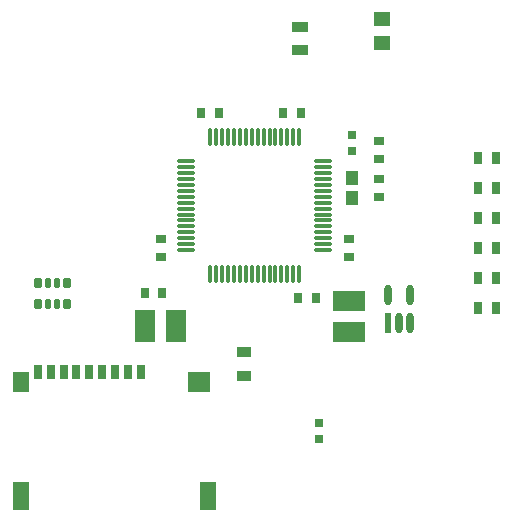
<source format=gtp>
G04*
G04 #@! TF.GenerationSoftware,Altium Limited,Altium Designer,23.2.1 (34)*
G04*
G04 Layer_Color=8421504*
%FSLAX25Y25*%
%MOIN*%
G70*
G04*
G04 #@! TF.SameCoordinates,FA501D23-0FC8-4D01-95ED-A428C5D77BEE*
G04*
G04*
G04 #@! TF.FilePolarity,Positive*
G04*
G01*
G75*
%ADD21R,0.05709X0.03740*%
%ADD22R,0.03150X0.03937*%
%ADD23R,0.02756X0.02559*%
%ADD24R,0.02410X0.06911*%
G04:AMPARAMS|DCode=25|XSize=69.11mil|YSize=24.1mil|CornerRadius=12.05mil|HoleSize=0mil|Usage=FLASHONLY|Rotation=90.000|XOffset=0mil|YOffset=0mil|HoleType=Round|Shape=RoundedRectangle|*
%AMROUNDEDRECTD25*
21,1,0.06911,0.00000,0,0,90.0*
21,1,0.04501,0.02410,0,0,90.0*
1,1,0.02410,0.00000,0.02251*
1,1,0.02410,0.00000,-0.02251*
1,1,0.02410,0.00000,-0.02251*
1,1,0.02410,0.00000,0.02251*
%
%ADD25ROUNDEDRECTD25*%
%ADD26R,0.04724X0.03543*%
%ADD27R,0.02756X0.05118*%
%ADD28R,0.05700X0.06500*%
%ADD29R,0.05700X0.09600*%
%ADD30R,0.07300X0.06500*%
%ADD31O,0.01181X0.06299*%
%ADD32O,0.06299X0.01181*%
%ADD33R,0.03150X0.03543*%
%ADD34R,0.03985X0.04560*%
%ADD35R,0.03543X0.03150*%
G04:AMPARAMS|DCode=36|XSize=35.43mil|YSize=24.02mil|CornerRadius=6mil|HoleSize=0mil|Usage=FLASHONLY|Rotation=90.000|XOffset=0mil|YOffset=0mil|HoleType=Round|Shape=RoundedRectangle|*
%AMROUNDEDRECTD36*
21,1,0.03543,0.01201,0,0,90.0*
21,1,0.02343,0.02402,0,0,90.0*
1,1,0.01201,0.00600,0.01171*
1,1,0.01201,0.00600,-0.01171*
1,1,0.01201,-0.00600,-0.01171*
1,1,0.01201,-0.00600,0.01171*
%
%ADD36ROUNDEDRECTD36*%
G04:AMPARAMS|DCode=37|XSize=35.43mil|YSize=20.87mil|CornerRadius=5.22mil|HoleSize=0mil|Usage=FLASHONLY|Rotation=90.000|XOffset=0mil|YOffset=0mil|HoleType=Round|Shape=RoundedRectangle|*
%AMROUNDEDRECTD37*
21,1,0.03543,0.01043,0,0,90.0*
21,1,0.02500,0.02087,0,0,90.0*
1,1,0.01043,0.00522,0.01250*
1,1,0.01043,0.00522,-0.01250*
1,1,0.01043,-0.00522,-0.01250*
1,1,0.01043,-0.00522,0.01250*
%
%ADD37ROUNDEDRECTD37*%
%ADD38R,0.06506X0.11040*%
%ADD39R,0.05709X0.04724*%
%ADD40R,0.11040X0.06506*%
D21*
X140000Y168356D02*
D03*
Y176033D02*
D03*
D22*
X199414Y112500D02*
D03*
X205319D02*
D03*
X199414Y102500D02*
D03*
X205319D02*
D03*
X199414Y122500D02*
D03*
X205319D02*
D03*
X205319Y132500D02*
D03*
X199414D02*
D03*
X199414Y92500D02*
D03*
X205319D02*
D03*
X199414Y82500D02*
D03*
X205319D02*
D03*
D23*
X146250Y38592D02*
D03*
Y43907D02*
D03*
X157500Y134784D02*
D03*
Y140099D02*
D03*
D24*
X169320Y77549D02*
D03*
D25*
X173060D02*
D03*
X176800D02*
D03*
Y86804D02*
D03*
X169320D02*
D03*
D26*
X121250Y67884D02*
D03*
Y59616D02*
D03*
D27*
X87234Y60921D02*
D03*
X82903D02*
D03*
X78573D02*
D03*
X74242D02*
D03*
X69911D02*
D03*
X65581D02*
D03*
X61250D02*
D03*
X56919D02*
D03*
X52589D02*
D03*
D28*
X47004Y57874D02*
D03*
D29*
Y19685D02*
D03*
X109307D02*
D03*
D30*
X106255Y57874D02*
D03*
D31*
X125984Y139321D02*
D03*
X124016D02*
D03*
X122047D02*
D03*
X120079D02*
D03*
X118110D02*
D03*
X139764D02*
D03*
X137795D02*
D03*
X135827D02*
D03*
X133858D02*
D03*
X131890D02*
D03*
X129921D02*
D03*
X127953D02*
D03*
X116142D02*
D03*
X114173D02*
D03*
X112205D02*
D03*
X110236D02*
D03*
Y93652D02*
D03*
X112205D02*
D03*
X114173D02*
D03*
X116142D02*
D03*
X118110D02*
D03*
X120079D02*
D03*
X122047D02*
D03*
X124016D02*
D03*
X125984D02*
D03*
X127953D02*
D03*
X129921D02*
D03*
X131890D02*
D03*
X133858D02*
D03*
X135827D02*
D03*
X137795D02*
D03*
X139764D02*
D03*
D32*
X147835Y101722D02*
D03*
Y103691D02*
D03*
Y105659D02*
D03*
Y107628D02*
D03*
Y109597D02*
D03*
Y111565D02*
D03*
Y113533D02*
D03*
Y115502D02*
D03*
Y117471D02*
D03*
Y119439D02*
D03*
Y121407D02*
D03*
Y123376D02*
D03*
Y125345D02*
D03*
Y127313D02*
D03*
Y129281D02*
D03*
Y131250D02*
D03*
X102165D02*
D03*
Y129281D02*
D03*
Y127313D02*
D03*
Y125345D02*
D03*
Y123376D02*
D03*
Y121407D02*
D03*
Y119439D02*
D03*
Y117471D02*
D03*
Y115502D02*
D03*
Y113533D02*
D03*
Y111565D02*
D03*
Y109597D02*
D03*
Y107628D02*
D03*
Y105659D02*
D03*
Y103691D02*
D03*
Y101722D02*
D03*
D33*
X112953Y147500D02*
D03*
X107047D02*
D03*
X140453D02*
D03*
X134547D02*
D03*
X139547Y85769D02*
D03*
X145453D02*
D03*
X94203Y87500D02*
D03*
X88297D02*
D03*
D34*
X157500Y119186D02*
D03*
Y125698D02*
D03*
D35*
X166250Y119489D02*
D03*
Y125395D02*
D03*
Y137953D02*
D03*
Y132047D02*
D03*
X156250Y105395D02*
D03*
Y99489D02*
D03*
X93750Y105395D02*
D03*
Y99489D02*
D03*
D36*
X52785Y83750D02*
D03*
X62549D02*
D03*
Y90719D02*
D03*
X52785D02*
D03*
D37*
X56093Y83750D02*
D03*
X59242D02*
D03*
Y90719D02*
D03*
X56093D02*
D03*
D38*
X98750Y76250D02*
D03*
X88315D02*
D03*
D39*
X167500Y178721D02*
D03*
Y170847D02*
D03*
D40*
X156250Y74443D02*
D03*
Y84878D02*
D03*
M02*

</source>
